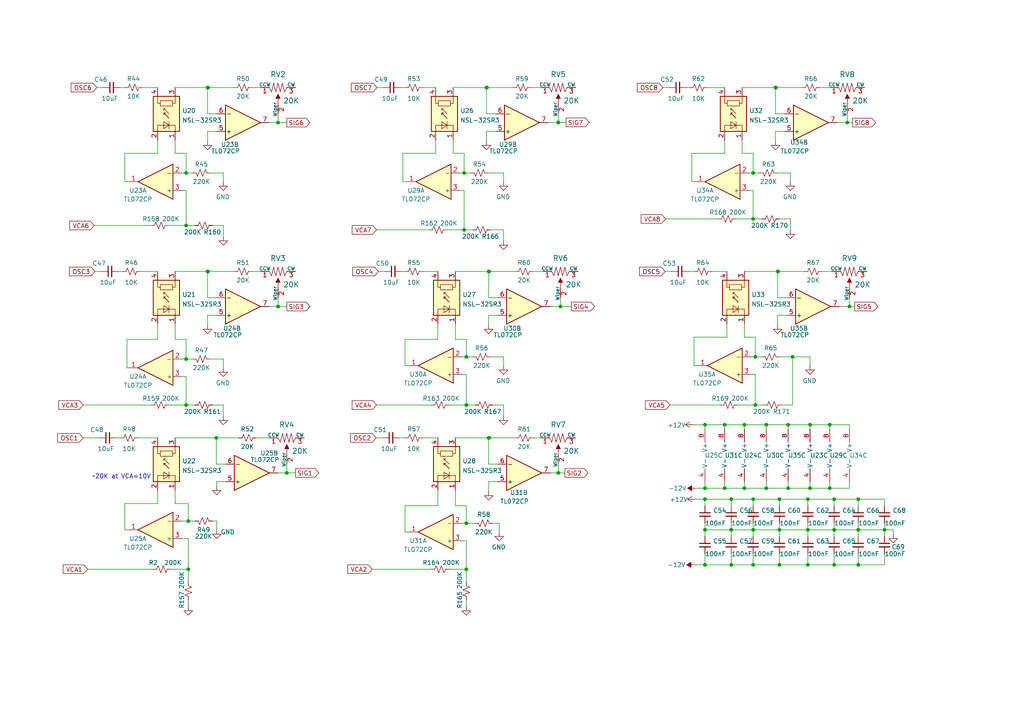
<source format=kicad_sch>
(kicad_sch (version 20211123) (generator eeschema)
  (paper "A4")
  (title_block (title "Pipes") (rev "1.0"))
  (junction (at 218.44 50.165))
  (junction (at 219.075 103.505))
  (junction (at 248.92 153.67))
  (junction (at 225.552 78.74))
  (junction (at 135.255 103.505))
  (junction (at 141.859 127))
  (junction (at 241.935 144.78))
  (junction (at 161.925 35.4881))
  (junction (at 234.95 141.605))
  (junction (at 60.325 25.4))
  (junction (at 141.732 78.74))
  (junction (at 218.44 153.67))
  (junction (at 162.56 88.9))
  (junction (at 161.925 35.56))
  (junction (at 212.09 144.78))
  (junction (at 62.738 127))
  (junction (at 215.9 123.19))
  (junction (at 135.255 151.765))
  (junction (at 141.732 127))
  (junction (at 248.92 163.83))
  (junction (at 204.47 144.78))
  (junction (at 246.38 88.9))
  (junction (at 53.975 50.165))
  (junction (at 204.47 153.67))
  (junction (at 80.645 35.56))
  (junction (at 135.255 165.1))
  (junction (at 141.859 78.74))
  (junction (at 218.44 63.5))
  (junction (at 228.6 123.19))
  (junction (at 161.925 137.16))
  (junction (at 53.975 117.475))
  (junction (at 60.325 78.74))
  (junction (at 241.935 153.67))
  (junction (at 80.645 88.9))
  (junction (at 53.975 65.405))
  (junction (at 53.975 104.14))
  (junction (at 245.745 35.56))
  (junction (at 229.87 103.505))
  (junction (at 54.61 151.13))
  (junction (at 226.06 153.67))
  (junction (at 141.224 25.4))
  (junction (at 83.185 137.16))
  (junction (at 222.25 141.605))
  (junction (at 215.9 141.605))
  (junction (at 218.44 144.78))
  (junction (at 204.47 123.19))
  (junction (at 222.25 123.19))
  (junction (at 234.315 144.78))
  (junction (at 219.075 117.475))
  (junction (at 134.62 50.165))
  (junction (at 234.315 163.83))
  (junction (at 226.06 144.78))
  (junction (at 204.47 141.605))
  (junction (at 134.62 66.675))
  (junction (at 60.198 78.74))
  (junction (at 212.09 163.83))
  (junction (at 224.917 25.4))
  (junction (at 212.09 153.67))
  (junction (at 234.95 123.19))
  (junction (at 225.679 78.74))
  (junction (at 248.92 144.78))
  (junction (at 256.54 153.67))
  (junction (at 226.06 163.83))
  (junction (at 225.044 25.4))
  (junction (at 234.315 153.67))
  (junction (at 210.185 123.19))
  (junction (at 135.255 117.475))
  (junction (at 241.935 163.83))
  (junction (at 210.185 141.605))
  (junction (at 228.6 141.605))
  (junction (at 240.665 123.19))
  (junction (at 218.44 163.83))
  (junction (at 240.665 141.605))
  (junction (at 54.61 165.1))
  (junction (at 204.47 163.83))
  (junction (at 141.097 25.4))
  (junction (at 60.198 25.4))
  (wire (pts (xy 240.665 123.19) (xy 240.665 124.46)))
  (wire (pts (xy 225.552 86.36) (xy 228.219 86.36)))
  (wire (pts (xy 130.175 117.475) (xy 135.255 117.475)))
  (wire (pts (xy 159.004 35.56) (xy 161.925 35.56)))
  (wire (pts (xy 204.47 123.19) (xy 210.185 123.19)))
  (wire (pts (xy 215.265 44.45) (xy 218.44 44.45)))
  (wire (pts (xy 53.975 98.425) (xy 53.975 104.14)))
  (wire (pts (xy 60.198 38.1) (xy 62.865 38.1)))
  (wire (pts (xy 226.06 144.78) (xy 226.06 146.685)))
  (wire (pts (xy 118.11 52.705) (xy 116.84 52.705)))
  (wire (pts (xy 212.09 151.765) (xy 212.09 153.67)))
  (wire (pts (xy 122.555 127) (xy 127 127)))
  (wire (pts (xy 226.06 153.67) (xy 234.315 153.67)))
  (wire (pts (xy 225.552 91.44) (xy 225.552 94.234)))
  (wire (pts (xy 234.95 139.7) (xy 234.95 141.605)))
  (wire (pts (xy 259.08 154.94) (xy 259.08 153.67)))
  (wire (pts (xy 215.9 123.19) (xy 215.9 124.46)))
  (wire (pts (xy 141.732 86.36) (xy 144.399 86.36)))
  (wire (pts (xy 83.185 137.16) (xy 85.725 137.16)))
  (wire (pts (xy 74.295 127) (xy 78.105 127)))
  (wire (pts (xy 27.559 78.74) (xy 29.337 78.74)))
  (wire (pts (xy 144.78 154.305) (xy 144.78 151.765)))
  (wire (pts (xy 192.278 25.4) (xy 194.056 25.4)))
  (wire (pts (xy 141.097 38.1) (xy 143.764 38.1)))
  (wire (pts (xy 218.44 153.67) (xy 226.06 153.67)))
  (wire (pts (xy 24.13 117.475) (xy 43.815 117.475)))
  (wire (pts (xy 54.61 151.13) (xy 54.61 146.05)))
  (wire (pts (xy 144.78 151.765) (xy 142.875 151.765)))
  (wire (pts (xy 135.255 156.845) (xy 133.985 156.845)))
  (wire (pts (xy 234.95 123.19) (xy 240.665 123.19)))
  (wire (pts (xy 218.44 153.67) (xy 218.44 155.575)))
  (wire (pts (xy 62.865 139.7) (xy 65.405 139.7)))
  (wire (pts (xy 50.8 98.425) (xy 50.8 93.98)))
  (wire (pts (xy 259.08 153.67) (xy 256.54 153.67)))
  (wire (pts (xy 146.05 117.475) (xy 146.05 120.65)))
  (wire (pts (xy 225.552 78.74) (xy 225.679 78.74)))
  (wire (pts (xy 210.82 93.98) (xy 210.82 97.79)))
  (wire (pts (xy 246.38 88.9) (xy 246.38 86.36)))
  (wire (pts (xy 234.315 163.83) (xy 241.935 163.83)))
  (wire (pts (xy 234.95 106.045) (xy 234.95 103.505)))
  (wire (pts (xy 229.235 63.5) (xy 229.235 66.675)))
  (wire (pts (xy 64.77 52.705) (xy 64.77 50.165)))
  (wire (pts (xy 222.25 123.19) (xy 222.25 124.46)))
  (wire (pts (xy 154.559 127) (xy 156.845 127)))
  (wire (pts (xy 127 93.98) (xy 127 98.425)))
  (wire (pts (xy 234.95 123.19) (xy 234.95 124.46)))
  (wire (pts (xy 62.865 139.7) (xy 62.865 140.97)))
  (wire (pts (xy 142.875 117.475) (xy 146.05 117.475)))
  (wire (pts (xy 80.645 88.9) (xy 80.645 86.36)))
  (wire (pts (xy 141.097 33.02) (xy 143.764 33.02)))
  (wire (pts (xy 141.732 127) (xy 141.732 134.62)))
  (wire (pts (xy 201.93 141.605) (xy 204.47 141.605)))
  (wire (pts (xy 132.08 93.98) (xy 132.08 98.425)))
  (wire (pts (xy 146.05 106.045) (xy 146.05 103.505)))
  (wire (pts (xy 122.555 78.74) (xy 127 78.74)))
  (wire (pts (xy 204.47 144.78) (xy 204.47 146.685)))
  (wire (pts (xy 126.365 40.64) (xy 126.365 44.45)))
  (wire (pts (xy 248.92 153.67) (xy 248.92 155.575)))
  (wire (pts (xy 115.951 127) (xy 117.475 127)))
  (wire (pts (xy 215.9 78.74) (xy 225.552 78.74)))
  (wire (pts (xy 116.205 25.4) (xy 117.475 25.4)))
  (wire (pts (xy 234.315 160.655) (xy 234.315 163.83)))
  (wire (pts (xy 67.945 78.74) (xy 60.325 78.74)))
  (wire (pts (xy 64.77 117.475) (xy 64.77 120.65)))
  (wire (pts (xy 118.745 106.045) (xy 117.475 106.045)))
  (wire (pts (xy 224.917 25.4) (xy 225.044 25.4)))
  (wire (pts (xy 229.235 52.705) (xy 229.235 50.165)))
  (wire (pts (xy 146.05 103.505) (xy 142.24 103.505)))
  (wire (pts (xy 241.935 160.655) (xy 241.935 163.83)))
  (wire (pts (xy 135.255 173.99) (xy 135.255 175.895)))
  (wire (pts (xy 224.917 38.1) (xy 224.917 40.894)))
  (wire (pts (xy 80.645 35.56) (xy 83.185 35.56)))
  (wire (pts (xy 229.87 103.505) (xy 226.06 103.505)))
  (wire (pts (xy 164.2012 35.4881) (xy 161.925 35.4881)))
  (wire (pts (xy 204.47 144.78) (xy 212.09 144.78)))
  (wire (pts (xy 245.745 35.56) (xy 247.269 35.56)))
  (wire (pts (xy 61.595 117.475) (xy 64.77 117.475)))
  (wire (pts (xy 218.44 160.655) (xy 218.44 163.83)))
  (wire (pts (xy 232.664 25.4) (xy 225.044 25.4)))
  (wire (pts (xy 226.06 163.83) (xy 234.315 163.83)))
  (wire (pts (xy 218.44 50.165) (xy 217.17 50.165)))
  (wire (pts (xy 61.595 65.405) (xy 64.77 65.405)))
  (wire (pts (xy 141.732 139.7) (xy 141.732 142.494)))
  (wire (pts (xy 132.08 146.685) (xy 135.255 146.685)))
  (wire (pts (xy 54.61 151.13) (xy 56.515 151.13)))
  (wire (pts (xy 200.66 44.45) (xy 210.185 44.45)))
  (wire (pts (xy 220.98 103.505) (xy 219.075 103.505)))
  (wire (pts (xy 73.025 25.4) (xy 75.565 25.4)))
  (wire (pts (xy 53.975 44.45) (xy 53.975 50.165)))
  (wire (pts (xy 248.92 151.765) (xy 248.92 153.67)))
  (wire (pts (xy 130.175 165.1) (xy 135.255 165.1)))
  (wire (pts (xy 234.95 103.505) (xy 229.87 103.505)))
  (wire (pts (xy 240.665 141.605) (xy 246.38 141.605)))
  (wire (pts (xy 146.05 66.675) (xy 146.05 69.85)))
  (wire (pts (xy 256.54 144.78) (xy 256.54 146.685)))
  (wire (pts (xy 34.925 25.4) (xy 36.195 25.4)))
  (wire (pts (xy 212.09 153.67) (xy 212.09 155.575)))
  (wire (pts (xy 241.935 144.78) (xy 248.92 144.78)))
  (wire (pts (xy 135.255 103.505) (xy 133.985 103.505)))
  (wire (pts (xy 219.075 117.475) (xy 221.615 117.475)))
  (wire (pts (xy 129.54 66.675) (xy 134.62 66.675)))
  (wire (pts (xy 80.645 137.16) (xy 83.185 137.16)))
  (wire (pts (xy 229.87 103.505) (xy 229.87 117.475)))
  (wire (pts (xy 60.198 78.74) (xy 60.325 78.74)))
  (wire (pts (xy 117.475 146.685) (xy 127 146.685)))
  (wire (pts (xy 122.555 25.4) (xy 126.365 25.4)))
  (wire (pts (xy 222.25 123.19) (xy 228.6 123.19)))
  (wire (pts (xy 204.47 151.765) (xy 204.47 153.67)))
  (wire (pts (xy 234.95 141.605) (xy 240.665 141.605)))
  (wire (pts (xy 204.47 163.83) (xy 212.09 163.83)))
  (wire (pts (xy 83.185 137.16) (xy 83.185 134.62)))
  (wire (pts (xy 50.8 78.74) (xy 60.198 78.74)))
  (wire (pts (xy 53.975 104.14) (xy 52.705 104.14)))
  (wire (pts (xy 233.299 78.74) (xy 225.679 78.74)))
  (wire (pts (xy 60.198 25.4) (xy 60.325 25.4)))
  (wire (pts (xy 240.665 139.7) (xy 240.665 141.605)))
  (wire (pts (xy 199.771 78.74) (xy 201.295 78.74)))
  (wire (pts (xy 109.728 78.74) (xy 111.506 78.74)))
  (wire (pts (xy 226.06 63.5) (xy 229.235 63.5)))
  (wire (pts (xy 225.552 78.74) (xy 225.552 86.36)))
  (wire (pts (xy 224.917 25.4) (xy 224.917 33.02)))
  (wire (pts (xy 116.84 44.45) (xy 116.84 52.705)))
  (wire (pts (xy 60.198 91.44) (xy 62.865 91.44)))
  (wire (pts (xy 240.665 123.19) (xy 246.38 123.19)))
  (wire (pts (xy 50.8 25.4) (xy 60.198 25.4)))
  (wire (pts (xy 135.255 151.765) (xy 133.985 151.765)))
  (wire (pts (xy 215.265 25.4) (xy 224.917 25.4)))
  (wire (pts (xy 53.975 109.22) (xy 52.705 109.22)))
  (wire (pts (xy 162.56 88.9) (xy 165.735 88.9)))
  (wire (pts (xy 192.913 78.74) (xy 194.691 78.74)))
  (wire (pts (xy 248.92 144.78) (xy 256.54 144.78)))
  (wire (pts (xy 226.06 151.765) (xy 226.06 153.67)))
  (wire (pts (xy 40.64 78.74) (xy 45.72 78.74)))
  (wire (pts (xy 135.255 165.1) (xy 135.255 168.91)))
  (wire (pts (xy 141.097 38.1) (xy 141.097 40.894)))
  (wire (pts (xy 193.04 63.5) (xy 208.28 63.5)))
  (wire (pts (xy 243.459 88.9) (xy 246.38 88.9)))
  (wire (pts (xy 28.067 25.4) (xy 29.845 25.4)))
  (wire (pts (xy 36.83 106.68) (xy 36.83 98.425)))
  (wire (pts (xy 131.445 44.45) (xy 131.445 40.64)))
  (wire (pts (xy 246.38 139.7) (xy 246.38 141.605)))
  (wire (pts (xy 64.77 50.165) (xy 60.96 50.165)))
  (wire (pts (xy 218.44 163.83) (xy 226.06 163.83)))
  (wire (pts (xy 219.075 97.79) (xy 219.075 103.505)))
  (wire (pts (xy 48.895 117.475) (xy 53.975 117.475)))
  (wire (pts (xy 127 142.24) (xy 127 146.685)))
  (wire (pts (xy 228.6 141.605) (xy 234.95 141.605)))
  (wire (pts (xy 109.347 25.4) (xy 111.125 25.4)))
  (wire (pts (xy 136.525 50.165) (xy 134.62 50.165)))
  (wire (pts (xy 201.93 144.78) (xy 204.47 144.78)))
  (wire (pts (xy 212.09 144.78) (xy 218.44 144.78)))
  (wire (pts (xy 33.782 127) (xy 34.925 127)))
  (wire (pts (xy 134.62 66.675) (xy 137.16 66.675)))
  (wire (pts (xy 161.925 137.16) (xy 161.925 134.62)))
  (wire (pts (xy 60.198 38.1) (xy 60.198 40.894)))
  (wire (pts (xy 135.255 117.475) (xy 137.795 117.475)))
  (wire (pts (xy 132.08 127) (xy 141.732 127)))
  (wire (pts (xy 141.605 50.165) (xy 146.05 50.165)))
  (wire (pts (xy 210.185 123.19) (xy 210.185 124.46)))
  (wire (pts (xy 45.72 40.64) (xy 45.72 44.45)))
  (wire (pts (xy 60.198 91.44) (xy 60.198 94.234)))
  (wire (pts (xy 55.88 50.165) (xy 53.975 50.165)))
  (wire (pts (xy 141.097 25.4) (xy 141.097 33.02)))
  (wire (pts (xy 204.47 123.19) (xy 204.47 124.46)))
  (wire (pts (xy 50.8 44.45) (xy 53.975 44.45)))
  (wire (pts (xy 109.22 66.675) (xy 124.46 66.675)))
  (wire (pts (xy 234.315 144.78) (xy 241.935 144.78)))
  (wire (pts (xy 204.47 139.7) (xy 204.47 141.605)))
  (wire (pts (xy 224.917 38.1) (xy 227.584 38.1)))
  (wire (pts (xy 241.935 151.765) (xy 241.935 153.67)))
  (wire (pts (xy 146.05 52.705) (xy 146.05 50.165)))
  (wire (pts (xy 229.235 50.165) (xy 225.425 50.165)))
  (wire (pts (xy 141.732 91.44) (xy 144.399 91.44)))
  (wire (pts (xy 24.13 127) (xy 28.702 127)))
  (wire (pts (xy 135.255 117.475) (xy 135.255 108.585)))
  (wire (pts (xy 36.195 52.705) (xy 36.195 44.45)))
  (wire (pts (xy 218.44 144.78) (xy 226.06 144.78)))
  (wire (pts (xy 50.8 44.45) (xy 50.8 40.64)))
  (wire (pts (xy 45.72 142.24) (xy 45.72 146.05)))
  (wire (pts (xy 218.44 63.5) (xy 220.98 63.5)))
  (wire (pts (xy 241.935 153.67) (xy 248.92 153.67)))
  (wire (pts (xy 53.975 117.475) (xy 53.975 109.22)))
  (wire (pts (xy 141.097 25.4) (xy 141.224 25.4)))
  (wire (pts (xy 234.315 153.67) (xy 241.935 153.67)))
  (wire (pts (xy 64.77 106.68) (xy 64.77 104.14)))
  (wire (pts (xy 53.975 65.405) (xy 56.515 65.405)))
  (wire (pts (xy 256.54 153.67) (xy 256.54 155.575)))
  (wire (pts (xy 78.105 88.9) (xy 80.645 88.9)))
  (wire (pts (xy 53.975 117.475) (xy 56.515 117.475)))
  (wire (pts (xy 237.744 25.4) (xy 240.665 25.4)))
  (wire (pts (xy 64.77 65.405) (xy 64.77 68.58)))
  (wire (pts (xy 234.315 153.67) (xy 234.315 155.575)))
  (wire (pts (xy 50.8 127) (xy 62.738 127)))
  (wire (pts (xy 228.6 123.19) (xy 228.6 124.46)))
  (wire (pts (xy 73.025 78.74) (xy 75.565 78.74)))
  (wire (pts (xy 60.198 78.74) (xy 60.198 86.36)))
  (wire (pts (xy 205.105 25.4) (xy 210.185 25.4)))
  (wire (pts (xy 52.705 151.13) (xy 54.61 151.13)))
  (wire (pts (xy 148.844 25.4) (xy 141.224 25.4)))
  (wire (pts (xy 137.16 103.505) (xy 135.255 103.505)))
  (wire (pts (xy 134.62 66.675) (xy 134.62 55.245)))
  (wire (pts (xy 241.935 153.67) (xy 241.935 155.575)))
  (wire (pts (xy 219.075 103.505) (xy 217.805 103.505)))
  (wire (pts (xy 109.093 127) (xy 110.871 127)))
  (wire (pts (xy 215.9 141.605) (xy 222.25 141.605)))
  (wire (pts (xy 135.255 165.1) (xy 135.255 156.845)))
  (wire (pts (xy 48.895 65.405) (xy 53.975 65.405)))
  (wire (pts (xy 141.732 139.7) (xy 144.399 139.7)))
  (wire (pts (xy 36.195 146.05) (xy 45.72 146.05)))
  (wire (pts (xy 201.676 163.83) (xy 204.47 163.83)))
  (wire (pts (xy 117.475 98.425) (xy 127 98.425)))
  (wire (pts (xy 107.95 165.1) (xy 125.095 165.1)))
  (wire (pts (xy 201.295 97.79) (xy 201.295 106.045)))
  (wire (pts (xy 135.255 98.425) (xy 135.255 103.505)))
  (wire (pts (xy 222.25 139.7) (xy 222.25 141.605)))
  (wire (pts (xy 132.08 98.425) (xy 135.255 98.425)))
  (wire (pts (xy 162.56 88.9) (xy 162.56 86.36)))
  (wire (pts (xy 241.935 144.78) (xy 241.935 146.685)))
  (wire (pts (xy 131.445 25.4) (xy 141.097 25.4)))
  (wire (pts (xy 117.475 146.685) (xy 117.475 154.305)))
  (wire (pts (xy 215.9 123.19) (xy 222.25 123.19)))
  (wire (pts (xy 54.61 165.1) (xy 54.61 156.21)))
  (wire (pts (xy 53.975 55.245) (xy 52.705 55.245)))
  (wire (pts (xy 218.44 55.245) (xy 217.17 55.245)))
  (wire (pts (xy 159.639 137.16) (xy 161.925 137.16)))
  (wire (pts (xy 228.6 139.7) (xy 228.6 141.605)))
  (wire (pts (xy 204.47 153.67) (xy 204.47 155.575)))
  (wire (pts (xy 135.255 108.585) (xy 133.985 108.585)))
  (wire (pts (xy 53.975 65.405) (xy 53.975 55.245)))
  (wire (pts (xy 215.9 97.79) (xy 219.075 97.79)))
  (wire (pts (xy 248.92 144.78) (xy 248.92 146.685)))
  (wire (pts (xy 199.136 25.4) (xy 200.025 25.4)))
  (wire (pts (xy 154.559 78.74) (xy 157.48 78.74)))
  (wire (pts (xy 54.61 146.05) (xy 50.8 146.05)))
  (wire (pts (xy 159.639 88.9) (xy 162.56 88.9)))
  (wire (pts (xy 226.06 160.655) (xy 226.06 163.83)))
  (wire (pts (xy 109.22 117.475) (xy 125.095 117.475)))
  (wire (pts (xy 55.88 104.14) (xy 53.975 104.14)))
  (wire (pts (xy 210.185 141.605) (xy 215.9 141.605)))
  (wire (pts (xy 215.265 44.45) (xy 215.265 40.64)))
  (wire (pts (xy 116.586 78.74) (xy 117.475 78.74)))
  (wire (pts (xy 141.732 78.74) (xy 141.859 78.74)))
  (wire (pts (xy 134.62 44.45) (xy 134.62 50.165)))
  (wire (pts (xy 80.645 35.56) (xy 80.645 33.02)))
  (wire (pts (xy 60.198 25.4) (xy 60.198 33.02)))
  (wire (pts (xy 200.66 52.705) (xy 200.66 44.45)))
  (wire (pts (xy 161.925 35.4881) (xy 161.925 35.56)))
  (wire (pts (xy 78.105 35.56) (xy 80.645 35.56)))
  (wire (pts (xy 246.38 88.9) (xy 247.904 88.9)))
  (wire (pts (xy 142.24 66.675) (xy 146.05 66.675)))
  (wire (pts (xy 210.185 40.64) (xy 210.185 44.45)))
  (wire (pts (xy 218.44 63.5) (xy 218.44 55.245)))
  (wire (pts (xy 132.08 78.74) (xy 141.732 78.74)))
  (wire (pts (xy 215.9 139.7) (xy 215.9 141.605)))
  (wire (pts (xy 37.465 153.67) (xy 36.195 153.67)))
  (wire (pts (xy 226.06 153.67) (xy 226.06 155.575)))
  (wire (pts (xy 210.185 123.19) (xy 215.9 123.19)))
  (wire (pts (xy 256.54 160.655) (xy 256.54 163.83)))
  (wire (pts (xy 222.25 141.605) (xy 228.6 141.605)))
  (wire (pts (xy 134.62 50.165) (xy 133.35 50.165)))
  (wire (pts (xy 62.738 127) (xy 62.738 134.62)))
  (wire (pts (xy 218.44 44.45) (xy 218.44 50.165)))
  (wire (pts (xy 248.92 160.655) (xy 248.92 163.83)))
  (wire (pts (xy 248.92 163.83) (xy 256.54 163.83)))
  (wire (pts (xy 224.917 33.02) (xy 227.584 33.02)))
  (wire (pts (xy 212.09 144.78) (xy 212.09 146.685)))
  (wire (pts (xy 234.315 144.78) (xy 234.315 146.685)))
  (wire (pts (xy 201.295 123.19) (xy 204.47 123.19)))
  (wire (pts (xy 149.479 127) (xy 141.859 127)))
  (wire (pts (xy 226.06 144.78) (xy 234.315 144.78)))
  (wire (pts (xy 219.075 117.475) (xy 219.075 108.585)))
  (wire (pts (xy 245.745 35.56) (xy 245.745 33.02)))
  (wire (pts (xy 218.44 151.765) (xy 218.44 153.67)))
  (wire (pts (xy 54.61 173.99) (xy 54.61 175.895)))
  (wire (pts (xy 241.935 163.83) (xy 248.92 163.83)))
  (wire (pts (xy 248.92 153.67) (xy 256.54 153.67)))
  (wire (pts (xy 62.865 151.13) (xy 61.595 151.13)))
  (wire (pts (xy 202.565 106.045) (xy 201.295 106.045)))
  (wire (pts (xy 212.09 163.83) (xy 218.44 163.83)))
  (wire (pts (xy 212.09 153.67) (xy 218.44 153.67)))
  (wire (pts (xy 62.738 127) (xy 69.215 127)))
  (wire (pts (xy 131.445 44.45) (xy 134.62 44.45)))
  (wire (pts (xy 50.8 98.425) (xy 53.975 98.425)))
  (wire (pts (xy 67.945 25.4) (xy 60.325 25.4)))
  (wire (pts (xy 234.315 151.765) (xy 234.315 153.67)))
  (wire (pts (xy 64.77 104.14) (xy 60.96 104.14)))
  (wire (pts (xy 161.925 33.02) (xy 161.925 35.4881)))
  (wire (pts (xy 204.47 141.605) (xy 210.185 141.605)))
  (wire (pts (xy 141.732 134.62) (xy 144.399 134.62)))
  (wire (pts (xy 53.975 50.165) (xy 52.705 50.165)))
  (wire (pts (xy 228.6 123.19) (xy 234.95 123.19)))
  (wire (pts (xy 134.62 55.245) (xy 133.35 55.245)))
  (wire (pts (xy 40.005 127) (xy 45.72 127)))
  (wire (pts (xy 137.795 151.765) (xy 135.255 151.765)))
  (wire (pts (xy 27.305 65.405) (xy 43.815 65.405)))
  (wire (pts (xy 213.995 117.475) (xy 219.075 117.475)))
  (wire (pts (xy 36.195 44.45) (xy 45.72 44.45)))
  (wire (pts (xy 54.61 156.21) (xy 52.705 156.21)))
  (wire (pts (xy 212.09 160.655) (xy 212.09 163.83)))
  (wire (pts (xy 36.195 153.67) (xy 36.195 146.05)))
  (wire (pts (xy 238.379 78.74) (xy 241.3 78.74)))
  (wire (pts (xy 41.275 25.4) (xy 45.72 25.4)))
  (wire (pts (xy 201.93 52.705) (xy 200.66 52.705)))
  (wire (pts (xy 242.824 35.56) (xy 245.745 35.56)))
  (wire (pts (xy 132.08 146.685) (xy 132.08 142.24)))
  (wire (pts (xy 194.31 117.475) (xy 208.915 117.475)))
  (wire (pts (xy 116.84 44.45) (xy 126.365 44.45)))
  (wire (pts (xy 60.198 86.36) (xy 62.865 86.36)))
  (wire (pts (xy 225.552 91.44) (xy 228.219 91.44)))
  (wire (pts (xy 141.732 127) (xy 141.859 127)))
  (wire (pts (xy 226.695 117.475) (xy 229.87 117.475)))
  (wire (pts (xy 161.925 137.16) (xy 163.83 137.16)))
  (wire (pts (xy 135.255 146.685) (xy 135.255 151.765)))
  (wire (pts (xy 54.61 165.1) (xy 54.61 168.91)))
  (wire (pts (xy 246.38 123.19) (xy 246.38 124.46)))
  (wire (pts (xy 117.475 106.045) (xy 117.475 98.425)))
  (wire (pts (xy 210.185 139.7) (xy 210.185 141.605)))
  (wire (pts (xy 141.732 91.44) (xy 141.732 94.234)))
  (wire (pts (xy 141.732 78.74) (xy 141.732 86.36)))
  (wire (pts (xy 118.745 154.305) (xy 117.475 154.305)))
  (wire (pts (xy 62.738 134.62) (xy 65.405 134.62)))
  (wire (pts (xy 218.44 144.78) (xy 218.44 146.685)))
  (wire (pts (xy 37.465 106.68) (xy 36.83 106.68)))
  (wire (pts (xy 36.83 98.425) (xy 45.72 98.425)))
  (wire (pts (xy 37.465 52.705) (xy 36.195 52.705)))
  (wire (pts (xy 201.295 97.79) (xy 210.82 97.79)))
  (wire (pts (xy 62.865 153.67) (xy 62.865 151.13)))
  (wire (pts (xy 50.8 146.05) (xy 50.8 142.24)))
  (wire (pts (xy 204.47 153.67) (xy 212.09 153.67)))
  (wire (pts (xy 206.375 78.74) (xy 210.82 78.74)))
  (wire (pts (xy 60.198 33.02) (xy 62.865 33.02)))
  (wire (pts (xy 149.479 78.74) (xy 141.859 78.74)))
  (wire (pts (xy 256.54 151.765) (xy 256.54 153.67)))
  (wire (pts (xy 204.47 160.655) (xy 204.47 163.83)))
  (wire (pts (xy 80.645 88.9) (xy 83.185 88.9)))
  (wire (pts (xy 45.72 93.98) (xy 45.72 98.425)))
  (wire (pts (xy 215.9 97.79) (xy 215.9 93.98)))
  (wire (pts (xy 220.345 50.165) (xy 218.44 50.165)))
  (wire (pts (xy 34.417 78.74) (xy 35.56 78.74)))
  (wire (pts (xy 49.53 165.1) (xy 54.61 165.1)))
  (wire (pts (xy 219.075 108.585) (xy 217.805 108.585)))
  (wire (pts (xy 25.4 165.1) (xy 44.45 165.1)))
  (wire (pts (xy 153.924 25.4) (xy 156.845 25.4)))
  (wire (pts (xy 213.36 63.5) (xy 218.44 63.5)))
  (text "~20K at VCA=10V" (at 26.67 139.065 0) (effects (font (size 1.27 1.27)) (justify left bottom)))
  (global_label "VCA8" (shape input) (at 193.04 63.5 180) (property "Intersheet References" "${INTERSHEET_REFS}" (effects hide)))
  (global_label "SIG2" (shape output) (at 163.83 137.16 0) (property "Intersheet References" "${INTERSHEET_REFS}" (effects hide)))
  (global_label "OSC6" (shape input) (at 28.067 25.4 180) (property "Intersheet References" "${INTERSHEET_REFS}" (effects hide)))
  (global_label "OSC4" (shape input) (at 109.728 78.74 180) (property "Intersheet References" "${INTERSHEET_REFS}" (effects hide)))
  (global_label "SIG7" (shape output) (at 164.2012 35.4881 0) (property "Intersheet References" "${INTERSHEET_REFS}" (effects hide)))
  (global_label "SIG8" (shape output) (at 247.269 35.56 0) (property "Intersheet References" "${INTERSHEET_REFS}" (effects hide)))
  (global_label "OSC2" (shape input) (at 109.093 127 180) (property "Intersheet References" "${INTERSHEET_REFS}" (effects hide)))
  (global_label "VCA1" (shape input) (at 25.4 165.1 180) (property "Intersheet References" "${INTERSHEET_REFS}" (effects hide)))
  (global_label "OSC8" (shape input) (at 192.278 25.4 180) (property "Intersheet References" "${INTERSHEET_REFS}" (effects hide)))
  (global_label "SIG3" (shape output) (at 83.185 88.9 0) (property "Intersheet References" "${INTERSHEET_REFS}" (effects hide)))
  (global_label "VCA3" (shape input) (at 24.13 117.475 180) (property "Intersheet References" "${INTERSHEET_REFS}" (effects hide)))
  (global_label "OSC1" (shape input) (at 24.13 127 180) (property "Intersheet References" "${INTERSHEET_REFS}" (effects hide)))
  (global_label "SIG6" (shape output) (at 83.185 35.56 0) (property "Intersheet References" "${INTERSHEET_REFS}" (effects hide)))
  (global_label "VCA7" (shape input) (at 109.22 66.675 180) (property "Intersheet References" "${INTERSHEET_REFS}" (effects hide)))
  (global_label "OSC5" (shape input) (at 192.913 78.74 180) (property "Intersheet References" "${INTERSHEET_REFS}" (effects hide)))
  (global_label "SIG1" (shape output) (at 85.725 137.16 0) (property "Intersheet References" "${INTERSHEET_REFS}" (effects hide)))
  (global_label "VCA4" (shape input) (at 109.22 117.475 180) (property "Intersheet References" "${INTERSHEET_REFS}" (effects hide)))
  (global_label "VCA5" (shape input) (at 194.31 117.475 180) (property "Intersheet References" "${INTERSHEET_REFS}" (effects hide)))
  (global_label "SIG5" (shape output) (at 247.904 88.9 0) (property "Intersheet References" "${INTERSHEET_REFS}" (effects hide)))
  (global_label "OSC7" (shape input) (at 109.347 25.4 180) (property "Intersheet References" "${INTERSHEET_REFS}" (effects hide)))
  (global_label "VCA2" (shape input) (at 107.95 165.1 180) (property "Intersheet References" "${INTERSHEET_REFS}" (effects hide)))
  (global_label "OSC3" (shape input) (at 27.559 78.74 180) (property "Intersheet References" "${INTERSHEET_REFS}" (effects hide)))
  (global_label "VCA6" (shape input) (at 27.305 65.405 180) (property "Intersheet References" "${INTERSHEET_REFS}" (effects hide)))
  (global_label "SIG4" (shape output) (at 165.735 88.9 0) (property "Intersheet References" "${INTERSHEET_REFS}" (effects hide)))
  (symbol (lib_id "Device:C_Small") (at 113.411 127 90) (unit 1)
    (property "Reference" "C51" (at 112.2426 124.6632 90) (effects (justify left)))
    (property "Value" "10uF" (at 115.316 130.175 90) (effects (justify left)))
    (property "Footprint" "Capacitor_SMD:C_0805_2012Metric_Pad1.18x1.45mm_HandSolder" (effects hide))
    (property "Datasheet" "http://datasheets.avx.com/SR-Series.pdf" (effects hide))
    (property "Digi-Key Part" "478-10836-1-ND" (effects hide))
    (property "LCSC Part #" "C15850" (effects hide))
  )
  (symbol (lib_id "Device:C_Small") (at 197.231 78.74 90) (unit 1)
    (property "Reference" "C53" (at 196.0626 76.4032 90) (effects (justify left)))
    (property "Value" "10uF" (at 199.136 81.915 90) (effects (justify left)))
    (property "Footprint" "Capacitor_SMD:C_0805_2012Metric_Pad1.18x1.45mm_HandSolder" (effects hide))
    (property "Datasheet" "http://datasheets.avx.com/SR-Series.pdf" (effects hide))
    (property "Digi-Key Part" "478-10836-1-ND" (effects hide))
    (property "LCSC Part #" "C15850" (effects hide))
  )
  (symbol (lib_id "Device:R_Small_US") (at 37.465 127 90) (unit 1)
    (property "Reference" "R48" (at 37.465 124.46 90))
    (property "Value" "10K" (at 37.465 130.175 90))
    (property "Footprint" "Resistor_SMD:R_0603_1608Metric" (effects hide))
    (property "Digi-Key Part" "CRT0805-FZ-1002ELFCT-ND" (effects hide))
    (property "LCSC Part #" "C25804" (effects hide))
  )
  (symbol (lib_id "Amplifier_Operational:TL072") (at 126.365 106.045 180) (unit 1)
    (property "Reference" "U30" (at 121.285 108.585 0))
    (property "Value" "TL072CP" (at 121.285 111.125 0))
    (property "Footprint" "Package_SO:SOIC-8_3.9x4.9mm_P1.27mm" (effects hide))
    (property "Digi-Key Part" "296-1775-5-ND" (effects hide))
    (property "LCSC Part #" "C67473" (effects hide))
  )
  (symbol (lib_id "Device:C_Small") (at 248.92 158.115 0) (unit 1)
    (property "Reference" "C67" (at 251.2568 156.9466 0) (effects (justify left)))
    (property "Value" "100nF" (at 248.92 160.655 0) (effects (justify left)))
    (property "Footprint" "Capacitor_SMD:C_0805_2012Metric_Pad1.18x1.45mm_HandSolder" (effects hide))
    (property "Datasheet" "http://datasheets.avx.com/SR-Series.pdf" (effects hide))
    (property "Digi-Key Part" "478-10836-1-ND" (effects hide))
    (property "LCSC Part #" "C49678" (effects hide))
  )
  (symbol (lib_id "Device:R_Small_US") (at 127.635 165.1 90) (unit 1)
    (property "Reference" "R164" (at 125.095 163.195 90))
    (property "Value" "200K" (at 130.81 163.195 90))
    (property "Footprint" "Resistor_SMD:R_0603_1608Metric" (effects hide))
    (property "Digi-Key Part" "CF14JT10K0CT-ND" (effects hide))
    (property "LCSC Part #" "C25811" (effects hide))
  )
  (symbol (lib_id "power:GND") (at 64.77 120.65 0) (unit 1)
    (property "Reference" "#PWR020" (effects hide))
    (property "Value" "GND" (effects hide))
  )
  (symbol (lib_id "Isolator:VTL5C") (at 129.54 86.36 270) (mirror x) (unit 1)
    (property "Reference" "U27" (at 134.112 85.4515 90) (effects (justify left)))
    (property "Value" "NSL-32SR3" (at 134.112 88.2266 90) (effects (justify left)))
    (property "Footprint" "OptoDevice:PerkinElmer_VTL5C" (effects hide))
    (property "Datasheet" "http://www.qsl.net/wa1ion/vactrol/vactrol.pdf" (effects hide))
    (property "Digi-Key Part" "NSL-32SR3-ND" (effects hide))
  )
  (symbol (lib_id "Device:R_Small_US") (at 202.565 25.4 90) (unit 1)
    (property "Reference" "R62" (at 202.565 22.86 90))
    (property "Value" "10K" (at 202.565 28.575 90))
    (property "Footprint" "Resistor_SMD:R_0603_1608Metric" (effects hide))
    (property "Digi-Key Part" "CRT0805-FZ-1002ELFCT-ND" (effects hide))
    (property "LCSC Part #" "C25804" (effects hide))
  )
  (symbol (lib_id "Device:R_Small_US") (at 120.015 127 90) (unit 1)
    (property "Reference" "R57" (at 120.015 124.46 90))
    (property "Value" "10K" (at 120.015 130.175 90))
    (property "Footprint" "Resistor_SMD:R_0603_1608Metric" (effects hide))
    (property "Digi-Key Part" "CRT0805-FZ-1002ELFCT-ND" (effects hide))
    (property "LCSC Part #" "C25804" (effects hide))
  )
  (symbol (lib_id "power:+12V") (at 201.93 144.78 90) (unit 1)
    (property "Reference" "#PWR088" (effects hide))
    (property "Value" "+12V" (at 196.85 144.907 90))
  )
  (symbol (lib_id "power:GND") (at 64.77 68.58 0) (unit 1)
    (property "Reference" "#PWR011" (effects hide))
    (property "Value" "GND" (effects hide))
  )
  (symbol (lib_id "Amplifier_Operational:TL072") (at 235.204 35.56 0) (mirror x) (unit 2)
    (property "Reference" "U34" (at 231.775 41.275 0))
    (property "Value" "TL072CP" (at 230.505 43.815 0))
    (property "Footprint" "Package_SO:SOIC-8_3.9x4.9mm_P1.27mm" (effects hide))
    (property "Digi-Key Part" "296-1775-5-ND" (effects hide))
    (property "LCSC Part #" "C67473" (effects hide))
  )
  (symbol (lib_id "Device:C_Small") (at 234.315 149.225 0) (unit 1)
    (property "Reference" "C62" (at 236.6518 148.0566 0) (effects (justify left)))
    (property "Value" "100nF" (at 234.315 151.765 0) (effects (justify left)))
    (property "Footprint" "Capacitor_SMD:C_0805_2012Metric_Pad1.18x1.45mm_HandSolder" (effects hide))
    (property "Datasheet" "http://datasheets.avx.com/SR-Series.pdf" (effects hide))
    (property "Digi-Key Part" "478-10836-1-ND" (effects hide))
    (property "LCSC Part #" "C49678" (effects hide))
  )
  (symbol (lib_id "Device:C_Small") (at 114.046 78.74 90) (unit 1)
    (property "Reference" "C50" (at 112.8776 76.4032 90) (effects (justify left)))
    (property "Value" "10uF" (at 115.951 81.915 90) (effects (justify left)))
    (property "Footprint" "Capacitor_SMD:C_0805_2012Metric_Pad1.18x1.45mm_HandSolder" (effects hide))
    (property "Datasheet" "http://datasheets.avx.com/SR-Series.pdf" (effects hide))
    (property "Digi-Key Part" "478-10836-1-ND" (effects hide))
    (property "LCSC Part #" "C15850" (effects hide))
  )
  (symbol (lib_id "Device:R_Small_US") (at 59.055 117.475 270) (unit 1)
    (property "Reference" "R161" (at 61.595 119.38 90))
    (property "Value" "200K" (at 55.88 119.38 90))
    (property "Footprint" "Resistor_SMD:R_0603_1608Metric" (effects hide))
    (property "Digi-Key Part" "CF14JT10K0CT-ND" (effects hide))
    (property "LCSC Part #" "C25811" (effects hide))
  )
  (symbol (lib_id "Amplifier_Operational:TL072") (at 212.725 132.08 0) (unit 3)
    (property "Reference" "U31" (at 210.185 132.08 0) (effects (justify left)))
    (property "Value" "TL072CP" (effects hide))
    (property "Footprint" "Package_SO:SOIC-8_3.9x4.9mm_P1.27mm" (effects hide))
    (property "Digi-Key Part" "296-1775-5-ND" (effects hide))
    (property "LCSC Part #" "C67473" (effects hide))
  )
  (symbol (lib_id "power:GND") (at 146.05 120.65 0) (unit 1)
    (property "Reference" "#PWR029" (effects hide))
    (property "Value" "GND" (effects hide))
  )
  (symbol (lib_id "Device:R_Small_US") (at 46.99 165.1 90) (unit 1)
    (property "Reference" "R2" (at 44.45 163.195 90))
    (property "Value" "200K" (at 50.165 163.195 90))
    (property "Footprint" "Resistor_SMD:R_0603_1608Metric" (effects hide))
    (property "Digi-Key Part" "CF14JT10K0CT-ND" (effects hide))
    (property "LCSC Part #" "C25811" (effects hide))
  )
  (symbol (lib_id "Amplifier_Operational:TL072") (at 152.019 137.16 0) (mirror x) (unit 2)
    (property "Reference" "U31" (at 150.495 142.875 0))
    (property "Value" "TL072CP" (at 149.225 145.415 0))
    (property "Footprint" "Package_SO:SOIC-8_3.9x4.9mm_P1.27mm" (effects hide))
    (property "Digi-Key Part" "296-1775-5-ND" (effects hide))
    (property "LCSC Part #" "C67473" (effects hide))
  )
  (symbol (lib_id "Isolator:VTL5C") (at 212.725 33.02 270) (mirror x) (unit 1)
    (property "Reference" "U32" (at 217.297 32.1115 90) (effects (justify left)))
    (property "Value" "NSL-32SR3" (at 217.297 34.8866 90) (effects (justify left)))
    (property "Footprint" "OptoDevice:PerkinElmer_VTL5C" (effects hide))
    (property "Datasheet" "http://www.qsl.net/wa1ion/vactrol/vactrol.pdf" (effects hide))
    (property "Digi-Key Part" "NSL-32SR3-ND" (effects hide))
  )
  (symbol (lib_id "power:GND") (at 135.255 175.895 0) (unit 1)
    (property "Reference" "#PWR023" (effects hide))
    (property "Value" "GND" (effects hide))
  )
  (symbol (lib_id "Amplifier_Operational:TL072") (at 226.06 132.08 0) (mirror y) (unit 3)
    (property "Reference" "U35" (at 231.14 132.08 0))
    (property "Value" "TL072CP" (effects hide))
    (property "Footprint" "Package_SO:SOIC-8_3.9x4.9mm_P1.27mm" (effects hide))
    (property "Datasheet" "http://www.ti.com/lit/ds/symlink/tl071.pdf" (effects hide))
    (property "LCSC Part #" "C67473" (effects hide))
    (property "Digi-Key Part" "296-1775-5-ND" (effects hide))
  )
  (symbol (lib_id "Device:R_Small_US") (at 235.204 25.4 270) (unit 1)
    (property "Reference" "R66" (at 235.204 22.86 90))
    (property "Value" "20K" (at 235.204 27.94 90))
    (property "Footprint" "Resistor_SMD:R_0603_1608Metric" (effects hide))
    (property "Digi-Key Part" "CRT0805-FZ-1002ELFCT-ND" (effects hide))
    (property "LCSC Part #" "C4184" (effects hide))
  )
  (symbol (lib_id "Device:R_Small_US") (at 135.255 171.45 180) (unit 1)
    (property "Reference" "R165" (at 133.35 173.99 90))
    (property "Value" "200K" (at 133.35 168.275 90))
    (property "Footprint" "Resistor_SMD:R_0603_1608Metric" (effects hide))
    (property "Digi-Key Part" "CF14JT10K0CT-ND" (effects hide))
    (property "LCSC Part #" "C25811" (effects hide))
  )
  (symbol (lib_id "Device:R_Small_US") (at 223.52 63.5 270) (unit 1)
    (property "Reference" "R170" (at 226.06 65.405 90))
    (property "Value" "200K" (at 220.345 65.405 90))
    (property "Footprint" "Resistor_SMD:R_0603_1608Metric" (effects hide))
    (property "Digi-Key Part" "CF14JT10K0CT-ND" (effects hide))
    (property "LCSC Part #" "C25811" (effects hide))
  )
  (symbol (lib_id "power:GND") (at 229.235 52.705 0) (mirror y) (unit 1)
    (property "Reference" "#PWR0101" (effects hide))
    (property "Value" "GND" (at 229.108 57.0992 0))
  )
  (symbol (lib_id "Device:R_Small_US") (at 46.355 65.405 90) (unit 1)
    (property "Reference" "R158" (at 43.815 63.5 90))
    (property "Value" "200K" (at 49.53 63.5 90))
    (property "Footprint" "Resistor_SMD:R_0603_1608Metric" (effects hide))
    (property "Digi-Key Part" "CF14JT10K0CT-ND" (effects hide))
    (property "LCSC Part #" "C25811" (effects hide))
  )
  (symbol (lib_id "Device:R_Small_US") (at 59.055 65.405 270) (unit 1)
    (property "Reference" "R160" (at 61.595 67.31 90))
    (property "Value" "200K" (at 55.88 67.31 90))
    (property "Footprint" "Resistor_SMD:R_0603_1608Metric" (effects hide))
    (property "Digi-Key Part" "CF14JT10K0CT-ND" (effects hide))
    (property "LCSC Part #" "C25811" (effects hide))
  )
  (symbol (lib_id "Device:R_Small_US") (at 46.355 117.475 90) (unit 1)
    (property "Reference" "R159" (at 43.815 115.57 90))
    (property "Value" "200K" (at 49.53 115.57 90))
    (property "Footprint" "Resistor_SMD:R_0603_1608Metric" (effects hide))
    (property "Digi-Key Part" "CF14JT10K0CT-ND" (effects hide))
    (property "LCSC Part #" "C25811" (effects hide))
  )
  (symbol (lib_id "power:GND") (at 146.05 69.85 0) (unit 1)
    (property "Reference" "#PWR028" (effects hide))
    (property "Value" "GND" (effects hide))
  )
  (symbol (lib_id "Device:R_Small_US") (at 203.835 78.74 90) (unit 1)
    (property "Reference" "R64" (at 203.835 76.2 90))
    (property "Value" "10K" (at 203.835 81.915 90))
    (property "Footprint" "Resistor_SMD:R_0603_1608Metric" (effects hide))
    (property "Digi-Key Part" "CRT0805-FZ-1002ELFCT-ND" (effects hide))
    (property "LCSC Part #" "C25804" (effects hide))
  )
  (symbol (lib_id "Isolator:VTL5C") (at 48.26 134.62 270) (mirror x) (unit 1)
    (property "Reference" "U22" (at 52.832 133.7115 90) (effects (justify left)))
    (property "Value" "NSL-32SR3" (at 52.832 136.4866 90) (effects (justify left)))
    (property "Footprint" "OptoDevice:PerkinElmer_VTL5C" (effects hide))
    (property "Datasheet" "http://www.qsl.net/wa1ion/vactrol/vactrol.pdf" (effects hide))
    (property "Digi-Key Part" "NSL-32SR3-ND" (effects hide))
  )
  (symbol (lib_id "Device:C_Small") (at 218.44 149.225 0) (unit 1)
    (property "Reference" "C58" (at 220.7768 148.0566 0) (effects (justify left)))
    (property "Value" "100nF" (at 218.44 151.765 0) (effects (justify left)))
    (property "Footprint" "Capacitor_SMD:C_0805_2012Metric_Pad1.18x1.45mm_HandSolder" (effects hide))
    (property "Datasheet" "http://datasheets.avx.com/SR-Series.pdf" (effects hide))
    (property "Digi-Key Part" "478-10836-1-ND" (effects hide))
    (property "LCSC Part #" "C49678" (effects hide))
  )
  (symbol (lib_id "Device:R_Small_US") (at 59.055 151.13 90) (mirror x) (unit 1)
    (property "Reference" "R49" (at 59.055 153.67 90))
    (property "Value" "220K" (at 59.055 155.575 90))
    (property "Footprint" "Resistor_SMD:R_0603_1608Metric" (effects hide))
    (property "Digi-Key Part" "CRT0805-FZ-1002ELFCT-ND" (effects hide))
    (property "LCSC Part #" "C22961" (effects hide))
  )
  (symbol (lib_id "Device:R_Small_US") (at 58.42 104.14 90) (mirror x) (unit 1)
    (property "Reference" "R47" (at 58.42 101.6 90))
    (property "Value" "220K" (at 58.42 106.68 90))
    (property "Footprint" "Resistor_SMD:R_0603_1608Metric" (effects hide))
    (property "Digi-Key Part" "CRT0805-FZ-1002ELFCT-ND" (effects hide))
    (property "LCSC Part #" "C22961" (effects hide))
  )
  (symbol (lib_id "Isolator:VTL5C") (at 213.36 86.36 270) (mirror x) (unit 1)
    (property "Reference" "U33" (at 217.932 85.4515 90) (effects (justify left)))
    (property "Value" "NSL-32SR3" (at 217.932 88.2266 90) (effects (justify left)))
    (property "Footprint" "OptoDevice:PerkinElmer_VTL5C" (effects hide))
    (property "Datasheet" "http://www.qsl.net/wa1ion/vactrol/vactrol.pdf" (effects hide))
    (property "Digi-Key Part" "NSL-32SR3-ND" (effects hide))
  )
  (symbol (lib_id "Device:C_Small") (at 218.44 158.115 0) (unit 1)
    (property "Reference" "C59" (at 220.7768 156.9466 0) (effects (justify left)))
    (property "Value" "100nF" (at 218.44 160.655 0) (effects (justify left)))
    (property "Footprint" "Capacitor_SMD:C_0805_2012Metric_Pad1.18x1.45mm_HandSolder" (effects hide))
    (property "Datasheet" "http://datasheets.avx.com/SR-Series.pdf" (effects hide))
    (property "Digi-Key Part" "478-10836-1-ND" (effects hide))
    (property "LCSC Part #" "C49678" (effects hide))
  )
  (symbol (lib_id "dk_Trimmer-Potentiometers:TC33X-2-103E") (at 245.745 25.4 0) (mirror x) (unit 1)
    (property "Reference" "RV8" (at 245.745 21.59 0) (effects (font (size 1.524 1.524))))
    (property "Value" "20K" (at 249.555 29.21 0) (effects (font (size 1.524 1.524))))
    (property "Footprint" "Potentiometer_SMD:Potentiometer_Bourns_3224W_Vertical" (effects hide))
    (property "Datasheet" "https://www.bourns.com/docs/Product-Datasheets/TC33.pdf" (effects hide))
    (property "Digi-Key Part" "490-2881-ND" (effects hide))
    (property "LCSC Part #" "C55071" (effects hide))
  )
  (symbol (lib_id "Device:R_Small_US") (at 222.885 50.165 90) (mirror x) (unit 1)
    (property "Reference" "R63" (at 222.885 47.625 90))
    (property "Value" "220K" (at 222.885 52.705 90))
    (property "Footprint" "Resistor_SMD:R_0603_1608Metric" (effects hide))
    (property "Digi-Key Part" "CRT0805-FZ-1002ELFCT-ND" (effects hide))
    (property "LCSC Part #" "C22961" (effects hide))
  )
  (symbol (lib_id "dk_Trimmer-Potentiometers:TC33X-2-103E") (at 80.645 25.4 0) (mirror x) (unit 1)
    (property "Reference" "RV2" (at 80.645 21.59 0) (effects (font (size 1.524 1.524))))
    (property "Value" "20K" (at 84.455 29.21 0) (effects (font (size 1.524 1.524))))
    (property "Footprint" "Potentiometer_SMD:Potentiometer_Bourns_3224W_Vertical" (effects hide))
    (property "Datasheet" "https://www.bourns.com/docs/Product-Datasheets/TC33.pdf" (effects hide))
    (property "Digi-Key Part" "3224W-203ECT-ND" (effects hide))
    (property "LCSC Part #" "C55071" (effects hide))
  )
  (symbol (lib_id "Amplifier_Operational:TL072") (at 126.365 154.305 180) (unit 1)
    (property "Reference" "U31" (at 121.285 156.845 0))
    (property "Value" "TL072CP" (at 121.285 159.385 0))
    (property "Footprint" "Package_SO:SOIC-8_3.9x4.9mm_P1.27mm" (effects hide))
    (property "Digi-Key Part" "296-1775-5-ND" (effects hide))
    (property "LCSC Part #" "C67473" (effects hide))
  )
  (symbol (lib_id "Device:C_Small") (at 113.665 25.4 90) (unit 1)
    (property "Reference" "C49" (at 112.4966 23.0632 90) (effects (justify left)))
    (property "Value" "10uF" (at 115.57 28.575 90) (effects (justify left)))
    (property "Footprint" "Capacitor_SMD:C_0805_2012Metric_Pad1.18x1.45mm_HandSolder" (effects hide))
    (property "Datasheet" "http://datasheets.avx.com/SR-Series.pdf" (effects hide))
    (property "Digi-Key Part" "478-10836-1-ND" (effects hide))
    (property "LCSC Part #" "C15850" (effects hide))
  )
  (symbol (lib_id "Device:R_Small_US") (at 70.485 78.74 270) (unit 1)
    (property "Reference" "R51" (at 70.485 76.2 90))
    (property "Value" "20K" (at 70.485 81.28 90))
    (property "Footprint" "Resistor_SMD:R_0603_1608Metric" (effects hide))
    (property "Digi-Key Part" "CRT0805-FZ-1002ELFCT-ND" (effects hide))
    (property "LCSC Part #" "C4184" (effects hide))
  )
  (symbol (lib_id "Device:C_Small") (at 226.06 149.225 0) (unit 1)
    (property "Reference" "C60" (at 228.3968 148.0566 0) (effects (justify left)))
    (property "Value" "100nF" (at 226.06 151.765 0) (effects (justify left)))
    (property "Footprint" "Capacitor_SMD:C_0805_2012Metric_Pad1.18x1.45mm_HandSolder" (effects hide))
    (property "Datasheet" "http://datasheets.avx.com/SR-Series.pdf" (effects hide))
    (property "Digi-Key Part" "478-10836-1-ND" (effects hide))
    (property "LCSC Part #" "C49678" (effects hide))
  )
  (symbol (lib_id "Device:C_Small") (at 212.09 158.115 0) (unit 1)
    (property "Reference" "C57" (at 214.4268 156.9466 0) (effects (justify left)))
    (property "Value" "100nF" (at 212.09 160.655 0) (effects (justify left)))
    (property "Footprint" "Capacitor_SMD:C_0805_2012Metric_Pad1.18x1.45mm_HandSolder" (effects hide))
    (property "Datasheet" "http://datasheets.avx.com/SR-Series.pdf" (effects hide))
    (property "Digi-Key Part" "478-10836-1-ND" (effects hide))
    (property "LCSC Part #" "C49678" (effects hide))
  )
  (symbol (lib_id "dk_Trimmer-Potentiometers:TC33X-2-103E") (at 83.185 127 0) (mirror x) (unit 1)
    (property "Reference" "RV4" (at 83.185 123.19 0) (effects (font (size 1.524 1.524))))
    (property "Value" "20K" (at 86.995 130.81 0) (effects (font (size 1.524 1.524))))
    (property "Footprint" "Potentiometer_SMD:Potentiometer_Bourns_3224W_Vertical" (effects hide))
    (property "Datasheet" "https://www.bourns.com/docs/Product-Datasheets/TC33.pdf" (effects hide))
    (property "Digi-Key Part" "490-2881-ND" (effects hide))
    (property "LCSC Part #" "C55071" (effects hide))
  )
  (symbol (lib_id "Device:R_Small_US") (at 127 66.675 90) (unit 1)
    (property "Reference" "R162" (at 124.46 64.77 90))
    (property "Value" "200K" (at 130.175 64.77 90))
    (property "Footprint" "Resistor_SMD:R_0603_1608Metric" (effects hide))
    (property "Digi-Key Part" "CF14JT10K0CT-ND" (effects hide))
    (property "LCSC Part #" "C25811" (effects hide))
  )
  (symbol (lib_id "power:GND") (at 259.08 154.94 0) (unit 1)
    (property "Reference" "#PWR0107" (effects hide))
    (property "Value" "GND" (effects hide))
  )
  (symbol (lib_id "Device:R_Small_US") (at 139.7 66.675 270) (unit 1)
    (property "Reference" "R166" (at 142.24 68.58 90))
    (property "Value" "200K" (at 136.525 68.58 90))
    (property "Footprint" "Resistor_SMD:R_0603_1608Metric" (effects hide))
    (property "Digi-Key Part" "CF14JT10K0CT-ND" (effects hide))
    (property "LCSC Part #" "C25811" (effects hide))
  )
  (symbol (lib_id "Device:R_Small_US") (at 127.635 117.475 90) (unit 1)
    (property "Reference" "R163" (at 125.095 115.57 90))
    (property "Value" "200K" (at 130.81 115.57 90))
    (property "Footprint" "Resistor_SMD:R_0603_1608Metric" (effects hide))
    (property "Digi-Key Part" "CF14JT10K0CT-ND" (effects hide))
    (property "LCSC Part #" "C25811" (effects hide))
  )
  (symbol (lib_id "power:GND") (at 62.865 140.97 0) (unit 1)
    (property "Reference" "#PWR084" (effects hide))
    (property "Value" "GND" (effects hide))
  )
  (symbol (lib_id "Device:R_Small_US") (at 54.61 171.45 180) (unit 1)
    (property "Reference" "R157" (at 52.705 173.99 90))
    (property "Value" "200K" (at 52.705 168.275 90))
    (property "Footprint" "Resistor_SMD:R_0603_1608Metric" (effects hide))
    (property "Digi-Key Part" "CF14JT10K0CT-ND" (effects hide))
    (property "LCSC Part #" "C25811" (effects hide))
  )
  (symbol (lib_id "Device:C_Small") (at 241.935 149.225 0) (unit 1)
    (property "Reference" "C64" (at 244.2718 148.0566 0) (effects (justify left)))
    (property "Value" "100nF" (at 241.935 151.765 0) (effects (justify left)))
    (property "Footprint" "Capacitor_SMD:C_0805_2012Metric_Pad1.18x1.45mm_HandSolder" (effects hide))
    (property "Datasheet" "http://datasheets.avx.com/SR-Series.pdf" (effects hide))
    (property "Digi-Key Part" "478-10836-1-ND" (effects hide))
    (property "LCSC Part #" "C49678" (effects hide))
  )
  (symbol (lib_id "Device:C_Small") (at 241.935 158.115 0) (unit 1)
    (property "Reference" "C65" (at 244.2718 156.9466 0) (effects (justify left)))
    (property "Value" "100nF" (at 241.935 160.655 0) (effects (justify left)))
    (property "Footprint" "Capacitor_SMD:C_0805_2012Metric_Pad1.18x1.45mm_HandSolder" (effects hide))
    (property "Datasheet" "http://datasheets.avx.com/SR-Series.pdf" (effects hide))
    (property "Digi-Key Part" "478-10836-1-ND" (effects hide))
    (property "LCSC Part #" "C49678" (effects hide))
  )
  (symbol (lib_id "Amplifier_Operational:TL072") (at 224.79 132.08 0) (unit 3)
    (property "Reference" "U30" (at 222.25 132.08 0) (effects (justify left)))
    (property "Value" "TL072CP" (effects hide))
    (property "Footprint" "Package_SO:SOIC-8_3.9x4.9mm_P1.27mm" (effects hide))
    (property "Digi-Key Part" "296-1775-5-ND" (effects hide))
    (property "LCSC Part #" "C67473" (effects hide))
  )
  (symbol (lib_id "power:GND") (at 141.732 94.234 0) (unit 1)
    (property "Reference" "#PWR095" (effects hide))
    (property "Value" "GND" (effects hide))
  )
  (symbol (lib_id "power:GND") (at 60.198 94.234 0) (unit 1)
    (property "Reference" "#PWR083" (effects hide))
    (property "Value" "GND" (effects hide))
  )
  (symbol (lib_id "dk_Trimmer-Potentiometers:TC33X-2-103E") (at 80.645 78.74 0) (mirror x) (unit 1)
    (property "Reference" "RV3" (at 80.645 74.93 0) (effects (font (size 1.524 1.524))))
    (property "Value" "20K" (at 84.455 82.55 0) (effects (font (size 1.524 1.524))))
    (property "Footprint" "Potentiometer_SMD:Potentiometer_Bourns_3224W_Vertical" (effects hide))
    (property "Datasheet" "https://www.bourns.com/docs/Product-Datasheets/TC33.pdf" (effects hide))
    (property "Digi-Key Part" "490-2881-ND" (effects hide))
    (property "LCSC Part #" "C55071" (effects hide))
  )
  (symbol (lib_id "Device:R_Small_US") (at 120.015 25.4 90) (unit 1)
    (property "Reference" "R53" (at 120.015 22.86 90))
    (property "Value" "10K" (at 120.015 28.575 90))
    (property "Footprint" "Resistor_SMD:R_0603_1608Metric" (effects hide))
    (property "Digi-Key Part" "CRT0805-FZ-1002ELFCT-ND" (effects hide))
    (property "LCSC Part #" "C25804" (effects hide))
  )
  (symbol (lib_id "Device:R_Small_US") (at 38.735 25.4 90) (unit 1)
    (property "Reference" "R44" (at 38.735 22.86 90))
    (property "Value" "10K" (at 38.735 27.94 90))
    (property "Footprint" "Resistor_SMD:R_0603_1608Metric" (effects hide))
    (property "Digi-Key Part" "CRT0805-FZ-1002ELFCT-ND" (effects hide))
    (property "LCSC Part #" "C25804" (effects hide))
  )
  (symbol (lib_id "power:GND") (at 54.61 175.895 0) (unit 1)
    (property "Reference" "#PWR09" (effects hide))
    (property "Value" "GND" (effects hide))
  )
  (symbol (lib_id "Amplifier_Operational:TL072") (at 235.839 88.9 0) (mirror x) (unit 2)
    (property "Reference" "U35" (at 231.775 95.25 0))
    (property "Value" "TL072CP" (at 230.505 97.155 0))
    (property "Footprint" "Package_SO:SOIC-8_3.9x4.9mm_P1.27mm" (effects hide))
    (property "Digi-Key Part" "296-1775-5-ND" (effects hide))
    (property "LCSC Part #" "C67473" (effects hide))
  )
  (symbol (lib_id "Device:R_Small_US") (at 210.82 63.5 90) (unit 1)
    (property "Reference" "R168" (at 208.28 61.595 90))
    (property "Value" "200K" (at 213.995 61.595 90))
    (property "Footprint" "Resistor_SMD:R_0603_1608Metric" (effects hide))
    (property "Digi-Key Part" "CF14JT10K0CT-ND" (effects hide))
    (property "LCSC Part #" "C25811" (effects hide))
  )
  (symbol (lib_id "Amplifier_Operational:TL072") (at 248.92 132.08 0) (unit 3)
    (property "Reference" "U34" (at 246.38 132.08 0) (effects (justify left)))
    (property "Value" "TL072CP" (effects hide))
    (property "Footprint" "Package_SO:SOIC-8_3.9x4.9mm_P1.27mm" (effects hide))
    (property "Digi-Key Part" "296-1775-5-ND" (effects hide))
    (property "LCSC Part #" "C67473" (effects hide))
  )
  (symbol (lib_id "Device:C_Small") (at 234.315 158.115 0) (unit 1)
    (property "Reference" "C63" (at 236.6518 156.9466 0) (effects (justify left)))
    (property "Value" "100nF" (at 234.315 160.655 0) (effects (justify left)))
    (property "Footprint" "Capacitor_SMD:C_0805_2012Metric_Pad1.18x1.45mm_HandSolder" (effects hide))
    (property "Datasheet" "http://datasheets.avx.com/SR-Series.pdf" (effects hide))
    (property "Digi-Key Part" "478-10836-1-ND" (effects hide))
    (property "LCSC Part #" "C49678" (effects hide))
  )
  (symbol (lib_id "Amplifier_Operational:TL072") (at 73.025 137.16 0) (mirror x) (unit 2)
    (property "Reference" "U25" (at 78.105 131.445 0))
    (property "Value" "TL072CP" (at 76.835 133.35 0))
    (property "Footprint" "Package_SO:SOIC-8_3.9x4.9mm_P1.27mm" (effects hide))
    (property "Digi-Key Part" "296-1775-5-ND" (effects hide))
    (property "LCSC Part #" "C67473" (effects hide))
  )
  (symbol (lib_id "Device:R_Small_US") (at 139.7 103.505 90) (mirror x) (unit 1)
    (property "Reference" "R56" (at 139.7 100.965 90))
    (property "Value" "220K" (at 139.7 106.045 90))
    (property "Footprint" "Resistor_SMD:R_0603_1608Metric" (effects hide))
    (property "Digi-Key Part" "CRT0805-FZ-1002ELFCT-ND" (effects hide))
    (property "LCSC Part #" "C22961" (effects hide))
  )
  (symbol (lib_id "Device:R_Small_US") (at 151.384 25.4 270) (unit 1)
    (property "Reference" "R59" (at 151.384 22.86 90))
    (property "Value" "20K" (at 151.384 27.94 90))
    (property "Footprint" "Resistor_SMD:R_0603_1608Metric" (effects hide))
    (property "Digi-Key Part" "CRT0805-FZ-1002ELFCT-ND" (effects hide))
    (property "LCSC Part #" "C4184" (effects hide))
  )
  (symbol (lib_id "power:GND") (at 141.097 40.894 0) (unit 1)
    (property "Reference" "#PWR094" (effects hide))
    (property "Value" "GND" (effects hide))
  )
  (symbol (lib_id "power:GND") (at 60.198 40.894 0) (unit 1)
    (property "Reference" "#PWR082" (effects hide))
    (property "Value" "GND" (effects hide))
  )
  (symbol (lib_id "Device:C_Small") (at 31.877 78.74 90) (unit 1)
    (property "Reference" "C47" (at 30.7086 76.4032 90) (effects (justify left)))
    (property "Value" "10uF" (at 33.782 81.915 90) (effects (justify left)))
    (property "Footprint" "Capacitor_SMD:C_0805_2012Metric_Pad1.18x1.45mm_HandSolder" (effects hide))
    (property "Datasheet" "http://datasheets.avx.com/SR-Series.pdf" (effects hide))
    (property "Digi-Key Part" "478-10836-1-ND" (effects hide))
    (property "LCSC Part #" "C15850" (effects hide))
  )
  (symbol (lib_id "dk_Trimmer-Potentiometers:TC33X-2-103E") (at 161.925 127 0) (mirror x) (unit 1)
    (property "Reference" "RV7" (at 161.925 123.19 0) (effects (font (size 1.524 1.524))))
    (property "Value" "20K" (at 165.735 130.81 0) (effects (font (size 1.524 1.524))))
    (property "Footprint" "Potentiometer_SMD:Potentiometer_Bourns_3224W_Vertical" (effects hide))
    (property "Datasheet" "https://www.bourns.com/docs/Product-Datasheets/TC33.pdf" (effects hide))
    (property "Digi-Key Part" "490-2881-ND" (effects hide))
    (property "LCSC Part #" "C55071" (effects hide))
  )
  (symbol (lib_id "Device:R_Small_US") (at 152.019 127 270) (unit 1)
    (property "Reference" "R61" (at 152.019 124.46 90))
    (property "Value" "20K" (at 152.019 129.54 90))
    (property "Footprint" "Resistor_SMD:R_0603_1608Metric" (effects hide))
    (property "Digi-Key Part" "CRT0805-FZ-1002ELFCT-ND" (effects hide))
    (property "LCSC Part #" "C4184" (effects hide))
  )
  (symbol (lib_id "Amplifier_Operational:TL072") (at 125.73 52.705 180) (unit 1)
    (property "Reference" "U29" (at 120.65 55.245 0))
    (property "Value" "TL072CP" (at 120.65 57.785 0))
    (property "Footprint" "Package_SO:SOIC-8_3.9x4.9mm_P1.27mm" (effects hide))
    (property "Digi-Key Part" "296-1775-5-ND" (effects hide))
    (property "LCSC Part #" "C67473" (effects hide))
  )
  (symbol (lib_id "power:GND") (at 229.235 66.675 0) (unit 1)
    (property "Reference" "#PWR034" (effects hide))
    (property "Value" "GND" (effects hide))
  )
  (symbol (lib_id "Device:C_Small") (at 226.06 158.115 0) (unit 1)
    (property "Reference" "C61" (at 228.3968 156.9466 0) (effects (justify left)))
    (property "Value" "100nF" (at 226.06 160.655 0) (effects (justify left)))
    (property "Footprint" "Capacitor_SMD:C_0805_2012Metric_Pad1.18x1.45mm_HandSolder" (effects hide))
    (property "Datasheet" "http://datasheets.avx.com/SR-Series.pdf" (effects hide))
    (property "Digi-Key Part" "478-10836-1-ND" (effects hide))
    (property "LCSC Part #" "C49678" (effects hide))
  )
  (symbol (lib_id "Device:R_Small_US") (at 139.065 50.165 90) (mirror x) (unit 1)
    (property "Reference" "R54" (at 139.065 47.625 90))
    (property "Value" "220K" (at 139.065 52.705 90))
    (property "Footprint" "Resistor_SMD:R_0603_1608Metric" (effects hide))
    (property "Digi-Key Part" "CRT0805-FZ-1002ELFCT-ND" (effects hide))
    (property "LCSC Part #" "C22961" (effects hide))
  )
  (symbol (lib_id "power:GND") (at 224.917 40.894 0) (unit 1)
    (property "Reference" "#PWR0103" (effects hide))
    (property "Value" "GND" (effects hide))
  )
  (symbol (lib_id "power:+12V") (at 201.295 123.19 90) (unit 1)
    (property "Reference" "#PWR0105" (effects hide))
    (property "Value" "+12V" (at 196.215 123.317 90))
  )
  (symbol (lib_id "Amplifier_Operational:TL072") (at 70.485 88.9 0) (mirror x) (unit 2)
    (property "Reference" "U24" (at 67.31 95.25 0))
    (property "Value" "TL072CP" (at 66.04 97.155 0))
    (property "Footprint" "Package_SO:SOIC-8_3.9x4.9mm_P1.27mm" (effects hide))
    (property "Digi-Key Part" "296-1775-5-ND" (effects hide))
    (property "LCSC Part #" "C67473" (effects hide))
  )
  (symbol (lib_id "Device:R_Small_US") (at 235.839 78.74 270) (unit 1)
    (property "Reference" "R67" (at 235.839 76.2 90))
    (property "Value" "20K" (at 235.839 81.28 90))
    (property "Footprint" "Resistor_SMD:R_0603_1608Metric" (effects hide))
    (property "Digi-Key Part" "CRT0805-FZ-1002ELFCT-ND" (effects hide))
    (property "LCSC Part #" "C4184" (effects hide))
  )
  (symbol (lib_id "Device:R_Small_US") (at 140.335 117.475 270) (unit 1)
    (property "Reference" "R167" (at 142.875 119.38 90))
    (property "Value" "200K" (at 137.16 119.38 90))
    (property "Footprint" "Resistor_SMD:R_0603_1608Metric" (effects hide))
    (property "Digi-Key Part" "CF14JT10K0CT-ND" (effects hide))
    (property "LCSC Part #" "C25811" (effects hide))
  )
  (symbol (lib_id "Device:R_Small_US") (at 38.1 78.74 90) (unit 1)
    (property "Reference" "R46" (at 38.1 76.2 90))
    (property "Value" "10K" (at 38.1 81.915 90))
    (property "Footprint" "Resistor_SMD:R_0603_1608Metric" (effects hide))
    (property "Digi-Key Part" "CRT0805-FZ-1002ELFCT-ND" (effects hide))
    (property "LCSC Part #" "C25804" (effects hide))
  )
  (symbol (lib_id "Device:C_Small") (at 196.596 25.4 90) (unit 1)
    (property "Reference" "C52" (at 195.4276 23.0632 90) (effects (justify left)))
    (property "Value" "10uF" (at 198.501 28.575 90) (effects (justify left)))
    (property "Footprint" "Capacitor_SMD:C_0805_2012Metric_Pad1.18x1.45mm_HandSolder" (effects hide))
    (property "Datasheet" "http://datasheets.avx.com/SR-Series.pdf" (effects hide))
    (property "Digi-Key Part" "478-10836-1-ND" (effects hide))
    (property "LCSC Part #" "C15850" (effects hide))
  )
  (symbol (lib_id "dk_Trimmer-Potentiometers:TC33X-2-103E") (at 246.38 78.74 0) (mirror x) (unit 1)
    (property "Reference" "RV9" (at 246.38 74.93 0) (effects (font (size 1.524 1.524))))
    (property "Value" "20K" (at 250.19 82.55 0) (effects (font (size 1.524 1.524))))
    (property "Footprint" "Potentiometer_SMD:Potentiometer_Bourns_3224W_Vertical" (effects hide))
    (property "Datasheet" "https://www.bourns.com/docs/Product-Datasheets/TC33.pdf" (effects hide))
    (property "Digi-Key Part" "490-2881-ND" (effects hide))
    (property "LCSC Part #" "C55071" (effects hide))
  )
  (symbol (lib_id "power:GND") (at 64.77 106.68 0) (mirror y) (unit 1)
    (property "Reference" "#PWR080" (effects hide))
    (property "Value" "GND" (at 64.643 111.0742 0))
  )
  (symbol (lib_id "power:GND") (at 141.732 142.494 0) (unit 1)
    (property "Reference" "#PWR096" (effects hide))
    (property "Value" "GND" (effects hide))
  )
  (symbol (lib_id "Amplifier_Operational:TL072") (at 201.93 132.08 0) (mirror y) (unit 3)
    (property "Reference" "U25" (at 207.01 132.08 0))
    (property "Value" "TL072CP" (effects hide))
    (property "Footprint" "Package_SO:SOIC-8_3.9x4.9mm_P1.27mm" (effects hide))
    (property "Datasheet" "http://www.ti.com/lit/ds/symlink/tl071.pdf" (effects hide))
    (property "LCSC Part #" "C67473" (effects hide))
    (property "Digi-Key Part" "296-1775-5-ND" (effects hide))
  )
  (symbol (lib_id "Device:R_Small_US") (at 58.42 50.165 90) (mirror x) (unit 1)
    (property "Reference" "R45" (at 58.42 47.625 90))
    (property "Value" "220K" (at 58.42 52.705 90))
    (property "Footprint" "Resistor_SMD:R_0603_1608Metric" (effects hide))
    (property "Digi-Key Part" "CRT0805-FZ-1002ELFCT-ND" (effects hide))
    (property "LCSC Part #" "C22961" (effects hide))
  )
  (symbol (lib_id "Amplifier_Operational:TL072") (at 45.085 106.68 180) (unit 1)
    (property "Reference" "U24" (at 40.005 109.22 0))
    (property "Value" "TL072CP" (at 40.005 111.76 0))
    (property "Footprint" "Package_SO:SOIC-8_3.9x4.9mm_P1.27mm" (effects hide))
    (property "Digi-Key Part" "296-1775-5-ND" (effects hide))
    (property "LCSC Part #" "C67473" (effects hide))
  )
  (symbol (lib_id "Device:C_Small") (at 212.09 149.225 0) (unit 1)
    (property "Reference" "C56" (at 214.4268 148.0566 0) (effects (justify left)))
    (property "Value" "100nF" (at 212.09 151.765 0) (effects (justify left)))
    (property "Footprint" "Capacitor_SMD:C_0805_2012Metric_Pad1.18x1.45mm_HandSolder" (effects hide))
    (property "Datasheet" "http://datasheets.avx.com/SR-Series.pdf" (effects hide))
    (property "Digi-Key Part" "478-10836-1-ND" (effects hide))
    (property "LCSC Part #" "C49678" (effects hide))
  )
  (symbol (lib_id "Amplifier_Operational:TL072") (at 45.085 52.705 180) (unit 1)
    (property "Reference" "U23" (at 40.005 55.245 0))
    (property "Value" "TL072CP" (at 40.005 57.785 0))
    (property "Footprint" "Package_SO:SOIC-8_3.9x4.9mm_P1.27mm" (effects hide))
    (property "Digi-Key Part" "296-1775-5-ND" (effects hide))
    (property "LCSC Part #" "C67473" (effects hide))
  )
  (symbol (lib_id "Amplifier_Operational:TL072") (at 209.55 52.705 180) (unit 1)
    (property "Reference" "U34" (at 204.47 55.245 0))
    (property "Value" "TL072CP" (at 204.47 57.785 0))
    (property "Footprint" "Package_SO:SOIC-8_3.9x4.9mm_P1.27mm" (effects hide))
    (property "Digi-Key Part" "296-1775-5-ND" (effects hide))
    (property "LCSC Part #" "C67473" (effects hide))
  )
  (symbol (lib_id "power:GND") (at 62.865 153.67 0) (mirror y) (unit 1)
    (property "Reference" "#PWR081" (effects hide))
    (property "Value" "GND" (at 66.04 154.305 0))
  )
  (symbol (lib_id "Device:R_Small_US") (at 223.52 103.505 90) (mirror x) (unit 1)
    (property "Reference" "R65" (at 223.52 100.965 90))
    (property "Value" "220K" (at 223.52 106.045 90))
    (property "Footprint" "Resistor_SMD:R_0603_1608Metric" (effects hide))
    (property "Digi-Key Part" "CRT0805-FZ-1002ELFCT-ND" (effects hide))
    (property "LCSC Part #" "C22961" (effects hide))
  )
  (symbol (lib_id "Device:C_Small") (at 31.242 127 90) (unit 1)
    (property "Reference" "C48" (at 30.0736 124.6632 90) (effects (justify left)))
    (property "Value" "10uF" (at 33.147 130.175 90) (effects (justify left)))
    (property "Footprint" "Capacitor_SMD:C_0805_2012Metric_Pad1.18x1.45mm_HandSolder" (effects hide))
    (property "Datasheet" "http://datasheets.avx.com/SR-Series.pdf" (effects hide))
    (property "Digi-Key Part" "478-10836-1-ND" (effects hide))
    (property "LCSC Part #" "C15850" (effects hide))
  )
  (symbol (lib_id "dk_Trimmer-Potentiometers:TC33X-2-103E") (at 162.56 78.74 0) (mirror x) (unit 1)
    (property "Reference" "RV6" (at 162.56 74.93 0) (effects (font (size 1.524 1.524))))
    (property "Value" "20K" (at 166.37 82.55 0) (effects (font (size 1.524 1.524))))
    (property "Footprint" "Potentiometer_SMD:Potentiometer_Bourns_3224W_Vertical" (effects hide))
    (property "Datasheet" "https://www.bourns.com/docs/Product-Datasheets/TC33.pdf" (effects hide))
    (property "Digi-Key Part" "490-2881-ND" (effects hide))
    (property "LCSC Part #" "C55071" (effects hide))
  )
  (symbol (lib_id "Device:R_Small_US") (at 120.015 78.74 90) (unit 1)
    (property "Reference" "R55" (at 120.015 76.2 90))
    (property "Value" "10K" (at 120.015 81.915 90))
    (property "Footprint" "Resistor_SMD:R_0603_1608Metric" (effects hide))
    (property "Digi-Key Part" "CRT0805-FZ-1002ELFCT-ND" (effects hide))
    (property "LCSC Part #" "C25804" (effects hide))
  )
  (symbol (lib_id "Amplifier_Operational:TL072") (at 213.36 132.08 0) (mirror y) (unit 3)
    (property "Reference" "U24" (at 218.44 132.08 0))
    (property "Value" "TL072CP" (effects hide))
    (property "Footprint" "Package_SO:SOIC-8_3.9x4.9mm_P1.27mm" (effects hide))
    (property "Datasheet" "http://www.ti.com/lit/ds/symlink/tl071.pdf" (effects hide))
    (property "LCSC Part #" "C67473" (effects hide))
    (property "Digi-Key Part" "296-1775-5-ND" (effects hide))
  )
  (symbol (lib_id "power:-12V") (at 201.93 141.605 90) (unit 1)
    (property "Reference" "#PWR078" (effects hide))
    (property "Value" "-12V" (at 196.469 141.605 90))
  )
  (symbol (lib_id "power:GND") (at 146.05 52.705 0) (mirror y) (unit 1)
    (property "Reference" "#PWR091" (effects hide))
    (property "Value" "GND" (at 145.923 57.0992 0))
  )
  (symbol (lib_id "power:GND") (at 64.77 52.705 0) (mirror y) (unit 1)
    (property "Reference" "#PWR079" (effects hide))
    (property "Value" "GND" (at 64.643 57.0992 0))
  )
  (symbol (lib_id "Device:R_Small_US") (at 152.019 78.74 270) (unit 1)
    (property "Reference" "R60" (at 152.019 76.2 90))
    (property "Value" "20K" (at 152.019 81.28 90))
    (property "Footprint" "Resistor_SMD:R_0603_1608Metric" (effects hide))
    (property "Digi-Key Part" "CRT0805-FZ-1002ELFCT-ND" (effects hide))
    (property "LCSC Part #" "C4184" (effects hide))
  )
  (symbol (lib_id "Device:C_Small") (at 204.47 149.225 0) (unit 1)
    (property "Reference" "C54" (at 206.8068 148.0566 0) (effects (justify left)))
    (property "Value" "100nF" (at 204.47 151.765 0) (effects (justify left)))
    (property "Footprint" "Capacitor_SMD:C_0805_2012Metric_Pad1.18x1.45mm_HandSolder" (effects hide))
    (property "Datasheet" "http://datasheets.avx.com/SR-Series.pdf" (effects hide))
    (property "Digi-Key Part" "478-10836-1-ND" (effects hide))
    (property "LCSC Part #" "C49678" (effects hide))
  )
  (symbol (lib_id "Amplifier_Operational:TL072") (at 237.49 132.08 0) (unit 3)
    (property "Reference" "U23" (at 234.95 132.08 0) (effects (justify left)))
    (property "Value" "TL072CP" (effects hide))
    (property "Footprint" "Package_SO:SOIC-8_3.9x4.9mm_P1.27mm" (effects hide))
    (property "Digi-Key Part" "296-1775-5-ND" (effects hide))
    (property "LCSC Part #" "C67473" (effects hide))
  )
  (symbol (lib_id "Isolator:VTL5C") (at 48.26 33.02 270) (mirror x) (unit 1)
    (property "Reference" "U20" (at 52.832 32.1115 90) (effects (justify left)))
    (property "Value" "NSL-32SR3" (at 52.832 34.8866 90) (effects (justify left)))
    (property "Footprint" "OptoDevice:PerkinElmer_VTL5C" (effects hide))
    (property "Datasheet" "http://www.qsl.net/wa1ion/vactrol/vactrol.pdf" (effects hide))
    (property "Digi-Key Part" "NSL-32SR3-ND" (effects hide))
  )
  (symbol (lib_id "power:GND") (at 146.05 106.045 0) (mirror y) (unit 1)
    (property "Reference" "#PWR092" (effects hide))
    (property "Value" "GND" (at 145.923 110.4392 0))
  )
  (symbol (lib_id "Device:C_Small") (at 32.385 25.4 90) (unit 1)
    (property "Reference" "C46" (at 31.2166 23.0632 90) (effects (justify left)))
    (property "Value" "10uF" (at 34.29 28.575 90) (effects (justify left)))
    (property "Footprint" "Capacitor_SMD:C_0805_2012Metric_Pad1.18x1.45mm_HandSolder" (effects hide))
    (property "Datasheet" "http://datasheets.avx.com/SR-Series.pdf" (effects hide))
    (property "Digi-Key Part" "478-10836-1-ND" (effects hide))
    (property "LCSC Part #" "C15850" (effects hide))
  )
  (symbol (lib_id "Amplifier_Operational:TL072") (at 151.384 35.56 0) (mirror x) (unit 2)
    (property "Reference" "U29" (at 147.32 41.91 0))
    (property "Value" "TL072CP" (at 146.05 43.815 0))
    (property "Footprint" "Package_SO:SOIC-8_3.9x4.9mm_P1.27mm" (effects hide))
    (property "Digi-Key Part" "296-1775-5-ND" (effects hide))
    (property "LCSC Part #" "C67473" (effects hide))
  )
  (symbol (lib_id "Amplifier_Operational:TL072") (at 210.185 106.045 180) (unit 1)
    (property "Reference" "U35" (at 205.105 108.585 0))
    (property "Value" "TL072CP" (at 205.105 111.125 0))
    (property "Footprint" "Package_SO:SOIC-8_3.9x4.9mm_P1.27mm" (effects hide))
    (property "Digi-Key Part" "296-1775-5-ND" (effects hide))
    (property "LCSC Part #" "C67473" (effects hide))
  )
  (symbol (lib_id "power:GND") (at 234.95 106.045 0) (mirror y) (unit 1)
    (property "Reference" "#PWR0102" (effects hide))
    (property "Value" "GND" (at 234.823 110.4392 0))
  )
  (symbol (lib_id "Device:R_Small_US") (at 71.755 127 270) (unit 1)
    (property "Reference" "R52" (at 71.755 124.46 90))
    (property "Value" "20K" (at 71.755 129.54 90))
    (property "Footprint" "Resistor_SMD:R_0603_1608Metric" (effects hide))
    (property "Digi-Key Part" "CRT0805-FZ-1002ELFCT-ND" (effects hide))
    (property "LCSC Part #" "C4184" (effects hide))
  )
  (symbol (lib_id "Device:C_Small") (at 204.47 158.115 0) (unit 1)
    (property "Reference" "C55" (at 206.8068 156.9466 0) (effects (justify left)))
    (property "Value" "100nF" (at 204.47 160.655 0) (effects (justify left)))
    (property "Footprint" "Capacitor_SMD:C_0805_2012Metric_Pad1.18x1.45mm_HandSolder" (effects hide))
    (property "Datasheet" "http://datasheets.avx.com/SR-Series.pdf" (effects hide))
    (property "Digi-Key Part" "478-10836-1-ND" (effects hide))
    (property "LCSC Part #" "C49678" (effects hide))
  )
  (symbol (lib_id "power:-12V") (at 201.676 163.83 90) (unit 1)
    (property "Reference" "#PWR0106" (effects hide))
    (property "Value" "-12V" (at 196.215 163.83 90))
  )
  (symbol (lib_id "dk_Trimmer-Potentiometers:TC33X-2-103E") (at 161.925 25.4 0) (mirror x) (unit 1)
    (property "Reference" "RV5" (at 161.925 21.59 0) (effects (font (size 1.524 1.524))))
    (property "Value" "20K" (at 165.735 29.21 0) (effects (font (size 1.524 1.524))))
    (property "Footprint" "Potentiometer_SMD:Potentiometer_Bourns_3224W_Vertical" (effects hide))
    (property "Datasheet" "https://www.bourns.com/docs/Product-Datasheets/TC33.pdf" (effects hide))
    (property "Digi-Key Part" "490-2881-ND" (effects hide))
    (property "LCSC Part #" "C55071" (effects hide))
  )
  (symbol (lib_id "Isolator:VTL5C") (at 128.905 33.02 270) (mirror x) (unit 1)
    (property "Reference" "U26" (at 133.477 32.1115 90) (effects (justify left)))
    (property "Value" "NSL-32SR3" (at 133.477 34.8866 90) (effects (justify left)))
    (property "Footprint" "OptoDevice:PerkinElmer_VTL5C" (effects hide))
    (property "Datasheet" "http://www.qsl.net/wa1ion/vactrol/vactrol.pdf" (effects hide))
    (property "Digi-Key Part" "NSL-32SR3-ND" (effects hide))
  )
  (symbol (lib_id "Isolator:VTL5C") (at 48.26 86.36 270) (mirror x) (unit 1)
    (property "Reference" "U21" (at 52.832 85.4515 90) (effects (justify left)))
    (property "Value" "NSL-32SR3" (at 52.832 88.2266 90) (effects (justify left)))
    (property "Footprint" "OptoDevice:PerkinElmer_VTL5C" (effects hide))
    (property "Datasheet" "http://www.qsl.net/wa1ion/vactrol/vactrol.pdf" (effects hide))
    (property "Digi-Key Part" "NSL-32SR3-ND" (effects hide))
  )
  (symbol (lib_id "power:GND") (at 225.552 94.234 0) (unit 1)
    (property "Reference" "#PWR0104" (effects hide))
    (property "Value" "GND" (effects hide))
  )
  (symbol (lib_id "Device:R_Small_US") (at 224.155 117.475 270) (unit 1)
    (property "Reference" "R171" (at 226.695 119.38 90))
    (property "Value" "200K" (at 220.98 119.38 90))
    (property "Footprint" "Resistor_SMD:R_0603_1608Metric" (effects hide))
    (property "Digi-Key Part" "CF14JT10K0CT-ND" (effects hide))
    (property "LCSC Part #" "C25811" (effects hide))
  )
  (symbol (lib_id "Device:R_Small_US") (at 211.455 117.475 90) (unit 1)
    (property "Reference" "R169" (at 208.915 115.57 90))
    (property "Value" "200K" (at 214.63 115.57 90))
    (property "Footprint" "Resistor_SMD:R_0603_1608Metric" (effects hide))
    (property "Digi-Key Part" "CF14JT10K0CT-ND" (effects hide))
    (property "LCSC Part #" "C25811" (effects hide))
  )
  (symbol (lib_id "Amplifier_Operational:TL072") (at 152.019 88.9 0) (mirror x) (unit 2)
    (property "Reference" "U30" (at 148.59 95.25 0))
    (property "Value" "TL072CP" (at 147.32 97.155 0))
    (property "Footprint" "Package_SO:SOIC-8_3.9x4.9mm_P1.27mm" (effects hide))
    (property "Digi-Key Part" "296-1775-5-ND" (effects hide))
    (property "LCSC Part #" "C67473" (effects hide))
  )
  (symbol (lib_id "Amplifier_Operational:TL072") (at 45.085 153.67 180) (unit 1)
    (property "Reference" "U25" (at 40.005 156.21 0))
    (property "Value" "TL072CP" (at 40.005 158.75 0))
    (property "Footprint" "Package_SO:SOIC-8_3.9x4.9mm_P1.27mm" (effects hide))
    (property "Digi-Key Part" "296-1775-5-ND" (effects hide))
    (property "LCSC Part #" "C67473" (effects hide))
  )
  (symbol (lib_id "Device:C_Small") (at 256.54 149.225 0) (unit 1)
    (property "Reference" "C68" (at 258.8768 148.0566 0) (effects (justify left)))
    (property "Value" "100nF" (at 256.54 151.765 0) (effects (justify left)))
    (property "Footprint" "Capacitor_SMD:C_0805_2012Metric_Pad1.18x1.45mm_HandSolder" (effects hide))
    (property "Datasheet" "http://datasheets.avx.com/SR-Series.pdf" (effects hide))
    (property "Digi-Key Part" "478-10836-1-ND" (effects hide))
    (property "LCSC Part #" "C49678" (effects hide))
  )
  (symbol (lib_id "Device:C_Small") (at 248.92 149.225 0) (unit 1)
    (property "Reference" "C66" (at 251.2568 148.0566 0) (effects (justify left)))
    (property "Value" "100nF" (at 248.92 151.765 0) (effects (justify left)))
    (property "Footprint" "Capacitor_SMD:C_0805_2012Metric_Pad1.18x1.45mm_HandSolder" (effects hide))
    (property "Datasheet" "http://datasheets.avx.com/SR-Series.pdf" (effects hide))
    (property "Digi-Key Part" "478-10836-1-ND" (effects hide))
    (property "LCSC Part #" "C49678" (effects hide))
  )
  (symbol (lib_id "Device:R_Small_US") (at 140.335 151.765 90) (mirror x) (unit 1)
    (property "Reference" "R58" (at 140.335 149.225 90))
    (property "Value" "220K" (at 140.335 154.305 90))
    (property "Footprint" "Resistor_SMD:R_0603_1608Metric" (effects hide))
    (property "Digi-Key Part" "CRT0805-FZ-1002ELFCT-ND" (effects hide))
    (property "LCSC Part #" "C22961" (effects hide))
  )
  (symbol (lib_id "Device:R_Small_US") (at 70.485 25.4 270) (unit 1)
    (property "Reference" "R50" (at 70.485 22.86 90))
    (property "Value" "20K" (at 70.485 27.94 90))
    (property "Footprint" "Resistor_SMD:R_0603_1608Metric" (effects hide))
    (property "Digi-Key Part" "CRT0805-FZ-1002ELFCT-ND" (effects hide))
    (property "LCSC Part #" "C4184" (effects hide))
  )
  (symbol (lib_id "power:GND") (at 144.78 154.305 0) (mirror y) (unit 1)
    (property "Reference" "#PWR093" (effects hide))
    (property "Value" "GND" (at 144.653 158.6992 0))
  )
  (symbol (lib_id "Amplifier_Operational:TL072") (at 238.125 132.08 0) (mirror y) (unit 3)
    (property "Reference" "U29" (at 243.205 132.08 0))
    (property "Value" "TL072CP" (effects hide))
    (property "Footprint" "Package_SO:SOIC-8_3.9x4.9mm_P1.27mm" (effects hide))
    (property "Datasheet" "http://www.ti.com/lit/ds/symlink/tl071.pdf" (effects hide))
    (property "LCSC Part #" "C67473" (effects hide))
    (property "Digi-Key Part" "296-1775-5-ND" (effects hide))
  )
  (symbol (lib_id "Isolator:VTL5C") (at 129.54 134.62 270) (mirror x) (unit 1)
    (property "Reference" "U28" (at 134.112 133.7115 90) (effects (justify left)))
    (property "Value" "NSL-32SR3" (at 134.112 136.4866 90) (effects (justify left)))
    (property "Footprint" "OptoDevice:PerkinElmer_VTL5C" (effects hide))
    (property "Datasheet" "http://www.qsl.net/wa1ion/vactrol/vactrol.pdf" (effects hide))
    (property "Digi-Key Part" "NSL-32SR3-ND" (effects hide))
  )
  (symbol (lib_id "Device:C_Small") (at 256.54 158.115 0) (unit 1)
    (property "Reference" "C69" (at 258.572 158.623 0) (effects (justify left)))
    (property "Value" "100nF" (at 256.54 160.655 0) (effects (justify left)))
    (property "Footprint" "Capacitor_SMD:C_0805_2012Metric_Pad1.18x1.45mm_HandSolder" (effects hide))
    (property "Datasheet" "http://datasheets.avx.com/SR-Series.pdf" (effects hide))
    (property "Digi-Key Part" "478-10836-1-ND" (effects hide))
    (property "LCSC Part #" "C49678" (effects hide))
  )
  (symbol (lib_id "Amplifier_Operational:TL072") (at 70.485 35.56 0) (mirror x) (unit 2)
    (property "Reference" "U23" (at 66.675 41.91 0))
    (property "Value" "TL072CP" (at 65.405 43.815 0))
    (property "Footprint" "Package_SO:SOIC-8_3.9x4.9mm_P1.27mm" (effects hide))
    (property "Digi-Key Part" "296-1775-5-ND" (effects hide))
    (property "LCSC Part #" "C67473" (effects hide))
  )
)
</source>
